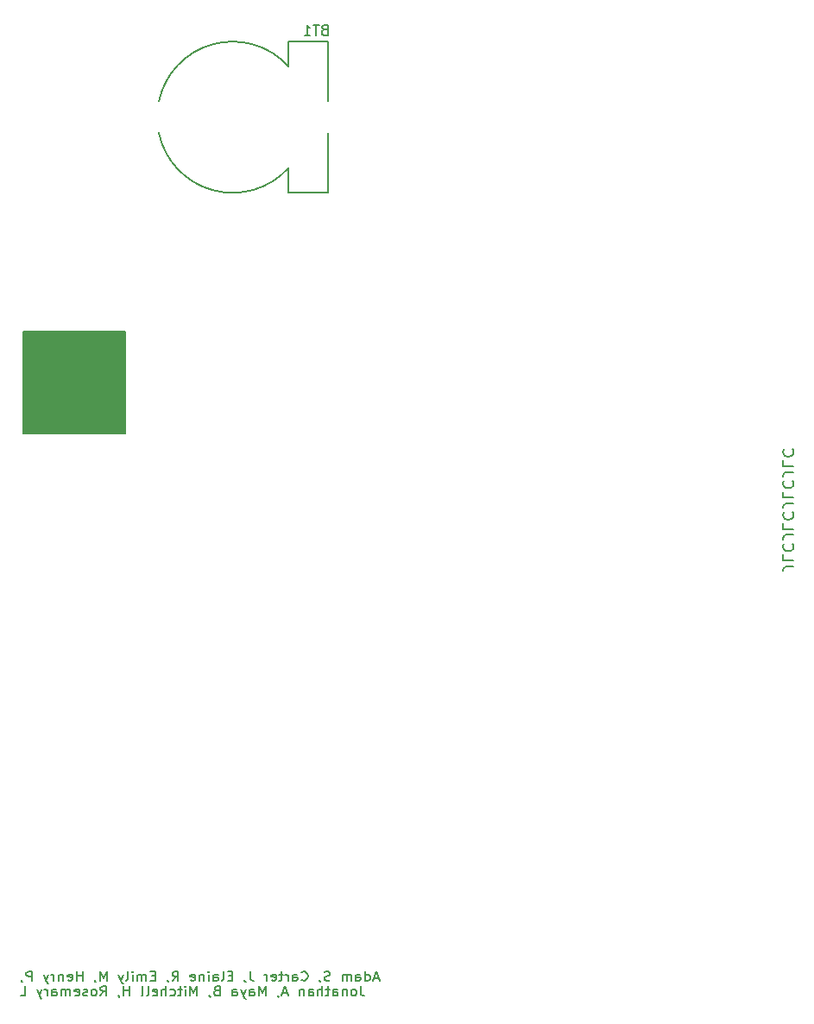
<source format=gbo>
%TF.GenerationSoftware,KiCad,Pcbnew,(6.0.7)*%
%TF.CreationDate,2022-12-07T20:31:12-06:00*%
%TF.ProjectId,Narwal_v1,4e617277-616c-45f7-9631-2e6b69636164,1*%
%TF.SameCoordinates,Original*%
%TF.FileFunction,Legend,Bot*%
%TF.FilePolarity,Positive*%
%FSLAX46Y46*%
G04 Gerber Fmt 4.6, Leading zero omitted, Abs format (unit mm)*
G04 Created by KiCad (PCBNEW (6.0.7)) date 2022-12-07 20:31:12*
%MOMM*%
%LPD*%
G01*
G04 APERTURE LIST*
%ADD10C,0.150000*%
%ADD11C,0.200000*%
%ADD12C,0.127000*%
%ADD13C,1.800000*%
%ADD14R,1.800000X1.800000*%
%ADD15C,2.775000*%
%ADD16R,2.775000X2.775000*%
%ADD17C,5.000000*%
%ADD18C,1.524000*%
%ADD19R,1.524000X1.524000*%
%ADD20C,1.920000*%
%ADD21C,1.508000*%
%ADD22R,4.500000X2.300000*%
%ADD23C,0.800000*%
G04 APERTURE END LIST*
D10*
X117500000Y-82500000D02*
X107500000Y-82500000D01*
X107500000Y-82500000D02*
X107500000Y-92500000D01*
X107500000Y-92500000D02*
X117500000Y-92500000D01*
X117500000Y-92500000D02*
X117500000Y-82500000D01*
G36*
X117500000Y-82500000D02*
G01*
X107500000Y-82500000D01*
X107500000Y-92500000D01*
X117500000Y-92500000D01*
X117500000Y-82500000D01*
G37*
D11*
X142368095Y-145925500D02*
X141891904Y-145925500D01*
X142463333Y-146182642D02*
X142130000Y-145282642D01*
X141796666Y-146182642D01*
X141034761Y-146182642D02*
X141034761Y-145282642D01*
X141034761Y-146139785D02*
X141130000Y-146182642D01*
X141320476Y-146182642D01*
X141415714Y-146139785D01*
X141463333Y-146096928D01*
X141510952Y-146011214D01*
X141510952Y-145754071D01*
X141463333Y-145668357D01*
X141415714Y-145625500D01*
X141320476Y-145582642D01*
X141130000Y-145582642D01*
X141034761Y-145625500D01*
X140130000Y-146182642D02*
X140130000Y-145711214D01*
X140177619Y-145625500D01*
X140272857Y-145582642D01*
X140463333Y-145582642D01*
X140558571Y-145625500D01*
X140130000Y-146139785D02*
X140225238Y-146182642D01*
X140463333Y-146182642D01*
X140558571Y-146139785D01*
X140606190Y-146054071D01*
X140606190Y-145968357D01*
X140558571Y-145882642D01*
X140463333Y-145839785D01*
X140225238Y-145839785D01*
X140130000Y-145796928D01*
X139653809Y-146182642D02*
X139653809Y-145582642D01*
X139653809Y-145668357D02*
X139606190Y-145625500D01*
X139510952Y-145582642D01*
X139368095Y-145582642D01*
X139272857Y-145625500D01*
X139225238Y-145711214D01*
X139225238Y-146182642D01*
X139225238Y-145711214D02*
X139177619Y-145625500D01*
X139082380Y-145582642D01*
X138939523Y-145582642D01*
X138844285Y-145625500D01*
X138796666Y-145711214D01*
X138796666Y-146182642D01*
X137606190Y-146139785D02*
X137463333Y-146182642D01*
X137225238Y-146182642D01*
X137130000Y-146139785D01*
X137082380Y-146096928D01*
X137034761Y-146011214D01*
X137034761Y-145925500D01*
X137082380Y-145839785D01*
X137130000Y-145796928D01*
X137225238Y-145754071D01*
X137415714Y-145711214D01*
X137510952Y-145668357D01*
X137558571Y-145625500D01*
X137606190Y-145539785D01*
X137606190Y-145454071D01*
X137558571Y-145368357D01*
X137510952Y-145325500D01*
X137415714Y-145282642D01*
X137177619Y-145282642D01*
X137034761Y-145325500D01*
X136558571Y-146139785D02*
X136558571Y-146182642D01*
X136606190Y-146268357D01*
X136653809Y-146311214D01*
X134796666Y-146096928D02*
X134844285Y-146139785D01*
X134987142Y-146182642D01*
X135082380Y-146182642D01*
X135225238Y-146139785D01*
X135320476Y-146054071D01*
X135368095Y-145968357D01*
X135415714Y-145796928D01*
X135415714Y-145668357D01*
X135368095Y-145496928D01*
X135320476Y-145411214D01*
X135225238Y-145325500D01*
X135082380Y-145282642D01*
X134987142Y-145282642D01*
X134844285Y-145325500D01*
X134796666Y-145368357D01*
X133939523Y-146182642D02*
X133939523Y-145711214D01*
X133987142Y-145625500D01*
X134082380Y-145582642D01*
X134272857Y-145582642D01*
X134368095Y-145625500D01*
X133939523Y-146139785D02*
X134034761Y-146182642D01*
X134272857Y-146182642D01*
X134368095Y-146139785D01*
X134415714Y-146054071D01*
X134415714Y-145968357D01*
X134368095Y-145882642D01*
X134272857Y-145839785D01*
X134034761Y-145839785D01*
X133939523Y-145796928D01*
X133463333Y-146182642D02*
X133463333Y-145582642D01*
X133463333Y-145754071D02*
X133415714Y-145668357D01*
X133368095Y-145625500D01*
X133272857Y-145582642D01*
X133177619Y-145582642D01*
X132987142Y-145582642D02*
X132606190Y-145582642D01*
X132844285Y-145282642D02*
X132844285Y-146054071D01*
X132796666Y-146139785D01*
X132701428Y-146182642D01*
X132606190Y-146182642D01*
X131891904Y-146139785D02*
X131987142Y-146182642D01*
X132177619Y-146182642D01*
X132272857Y-146139785D01*
X132320476Y-146054071D01*
X132320476Y-145711214D01*
X132272857Y-145625500D01*
X132177619Y-145582642D01*
X131987142Y-145582642D01*
X131891904Y-145625500D01*
X131844285Y-145711214D01*
X131844285Y-145796928D01*
X132320476Y-145882642D01*
X131415714Y-146182642D02*
X131415714Y-145582642D01*
X131415714Y-145754071D02*
X131368095Y-145668357D01*
X131320476Y-145625500D01*
X131225238Y-145582642D01*
X131130000Y-145582642D01*
X129749047Y-145282642D02*
X129749047Y-145925500D01*
X129796666Y-146054071D01*
X129891904Y-146139785D01*
X130034761Y-146182642D01*
X130130000Y-146182642D01*
X129225238Y-146139785D02*
X129225238Y-146182642D01*
X129272857Y-146268357D01*
X129320476Y-146311214D01*
X128034761Y-145711214D02*
X127701428Y-145711214D01*
X127558571Y-146182642D02*
X128034761Y-146182642D01*
X128034761Y-145282642D01*
X127558571Y-145282642D01*
X126987142Y-146182642D02*
X127082380Y-146139785D01*
X127130000Y-146054071D01*
X127130000Y-145282642D01*
X126177619Y-146182642D02*
X126177619Y-145711214D01*
X126225238Y-145625500D01*
X126320476Y-145582642D01*
X126510952Y-145582642D01*
X126606190Y-145625500D01*
X126177619Y-146139785D02*
X126272857Y-146182642D01*
X126510952Y-146182642D01*
X126606190Y-146139785D01*
X126653809Y-146054071D01*
X126653809Y-145968357D01*
X126606190Y-145882642D01*
X126510952Y-145839785D01*
X126272857Y-145839785D01*
X126177619Y-145796928D01*
X125701428Y-146182642D02*
X125701428Y-145582642D01*
X125701428Y-145282642D02*
X125749047Y-145325500D01*
X125701428Y-145368357D01*
X125653809Y-145325500D01*
X125701428Y-145282642D01*
X125701428Y-145368357D01*
X125225238Y-145582642D02*
X125225238Y-146182642D01*
X125225238Y-145668357D02*
X125177619Y-145625500D01*
X125082380Y-145582642D01*
X124939523Y-145582642D01*
X124844285Y-145625500D01*
X124796666Y-145711214D01*
X124796666Y-146182642D01*
X123939523Y-146139785D02*
X124034761Y-146182642D01*
X124225238Y-146182642D01*
X124320476Y-146139785D01*
X124368095Y-146054071D01*
X124368095Y-145711214D01*
X124320476Y-145625500D01*
X124225238Y-145582642D01*
X124034761Y-145582642D01*
X123939523Y-145625500D01*
X123891904Y-145711214D01*
X123891904Y-145796928D01*
X124368095Y-145882642D01*
X122130000Y-146182642D02*
X122463333Y-145754071D01*
X122701428Y-146182642D02*
X122701428Y-145282642D01*
X122320476Y-145282642D01*
X122225238Y-145325500D01*
X122177619Y-145368357D01*
X122130000Y-145454071D01*
X122130000Y-145582642D01*
X122177619Y-145668357D01*
X122225238Y-145711214D01*
X122320476Y-145754071D01*
X122701428Y-145754071D01*
X121653809Y-146139785D02*
X121653809Y-146182642D01*
X121701428Y-146268357D01*
X121749047Y-146311214D01*
X120463333Y-145711214D02*
X120130000Y-145711214D01*
X119987142Y-146182642D02*
X120463333Y-146182642D01*
X120463333Y-145282642D01*
X119987142Y-145282642D01*
X119558571Y-146182642D02*
X119558571Y-145582642D01*
X119558571Y-145668357D02*
X119510952Y-145625500D01*
X119415714Y-145582642D01*
X119272857Y-145582642D01*
X119177619Y-145625500D01*
X119130000Y-145711214D01*
X119130000Y-146182642D01*
X119130000Y-145711214D02*
X119082380Y-145625500D01*
X118987142Y-145582642D01*
X118844285Y-145582642D01*
X118749047Y-145625500D01*
X118701428Y-145711214D01*
X118701428Y-146182642D01*
X118225238Y-146182642D02*
X118225238Y-145582642D01*
X118225238Y-145282642D02*
X118272857Y-145325500D01*
X118225238Y-145368357D01*
X118177619Y-145325500D01*
X118225238Y-145282642D01*
X118225238Y-145368357D01*
X117606190Y-146182642D02*
X117701428Y-146139785D01*
X117749047Y-146054071D01*
X117749047Y-145282642D01*
X117320476Y-145582642D02*
X117082380Y-146182642D01*
X116844285Y-145582642D02*
X117082380Y-146182642D01*
X117177619Y-146396928D01*
X117225238Y-146439785D01*
X117320476Y-146482642D01*
X115701428Y-146182642D02*
X115701428Y-145282642D01*
X115368095Y-145925500D01*
X115034761Y-145282642D01*
X115034761Y-146182642D01*
X114510952Y-146139785D02*
X114510952Y-146182642D01*
X114558571Y-146268357D01*
X114606190Y-146311214D01*
X113320476Y-146182642D02*
X113320476Y-145282642D01*
X113320476Y-145711214D02*
X112749047Y-145711214D01*
X112749047Y-146182642D02*
X112749047Y-145282642D01*
X111891904Y-146139785D02*
X111987142Y-146182642D01*
X112177619Y-146182642D01*
X112272857Y-146139785D01*
X112320476Y-146054071D01*
X112320476Y-145711214D01*
X112272857Y-145625500D01*
X112177619Y-145582642D01*
X111987142Y-145582642D01*
X111891904Y-145625500D01*
X111844285Y-145711214D01*
X111844285Y-145796928D01*
X112320476Y-145882642D01*
X111415714Y-145582642D02*
X111415714Y-146182642D01*
X111415714Y-145668357D02*
X111368095Y-145625500D01*
X111272857Y-145582642D01*
X111130000Y-145582642D01*
X111034761Y-145625500D01*
X110987142Y-145711214D01*
X110987142Y-146182642D01*
X110510952Y-146182642D02*
X110510952Y-145582642D01*
X110510952Y-145754071D02*
X110463333Y-145668357D01*
X110415714Y-145625500D01*
X110320476Y-145582642D01*
X110225238Y-145582642D01*
X109987142Y-145582642D02*
X109749047Y-146182642D01*
X109510952Y-145582642D02*
X109749047Y-146182642D01*
X109844285Y-146396928D01*
X109891904Y-146439785D01*
X109987142Y-146482642D01*
X108368095Y-146182642D02*
X108368095Y-145282642D01*
X107987142Y-145282642D01*
X107891904Y-145325500D01*
X107844285Y-145368357D01*
X107796666Y-145454071D01*
X107796666Y-145582642D01*
X107844285Y-145668357D01*
X107891904Y-145711214D01*
X107987142Y-145754071D01*
X108368095Y-145754071D01*
X107320476Y-146139785D02*
X107320476Y-146182642D01*
X107368095Y-146268357D01*
X107415714Y-146311214D01*
X140606190Y-146731642D02*
X140606190Y-147374500D01*
X140653809Y-147503071D01*
X140749047Y-147588785D01*
X140891904Y-147631642D01*
X140987142Y-147631642D01*
X139987142Y-147631642D02*
X140082380Y-147588785D01*
X140130000Y-147545928D01*
X140177619Y-147460214D01*
X140177619Y-147203071D01*
X140130000Y-147117357D01*
X140082380Y-147074500D01*
X139987142Y-147031642D01*
X139844285Y-147031642D01*
X139749047Y-147074500D01*
X139701428Y-147117357D01*
X139653809Y-147203071D01*
X139653809Y-147460214D01*
X139701428Y-147545928D01*
X139749047Y-147588785D01*
X139844285Y-147631642D01*
X139987142Y-147631642D01*
X139225238Y-147031642D02*
X139225238Y-147631642D01*
X139225238Y-147117357D02*
X139177619Y-147074500D01*
X139082380Y-147031642D01*
X138939523Y-147031642D01*
X138844285Y-147074500D01*
X138796666Y-147160214D01*
X138796666Y-147631642D01*
X137891904Y-147631642D02*
X137891904Y-147160214D01*
X137939523Y-147074500D01*
X138034761Y-147031642D01*
X138225238Y-147031642D01*
X138320476Y-147074500D01*
X137891904Y-147588785D02*
X137987142Y-147631642D01*
X138225238Y-147631642D01*
X138320476Y-147588785D01*
X138368095Y-147503071D01*
X138368095Y-147417357D01*
X138320476Y-147331642D01*
X138225238Y-147288785D01*
X137987142Y-147288785D01*
X137891904Y-147245928D01*
X137558571Y-147031642D02*
X137177619Y-147031642D01*
X137415714Y-146731642D02*
X137415714Y-147503071D01*
X137368095Y-147588785D01*
X137272857Y-147631642D01*
X137177619Y-147631642D01*
X136844285Y-147631642D02*
X136844285Y-146731642D01*
X136415714Y-147631642D02*
X136415714Y-147160214D01*
X136463333Y-147074500D01*
X136558571Y-147031642D01*
X136701428Y-147031642D01*
X136796666Y-147074500D01*
X136844285Y-147117357D01*
X135510952Y-147631642D02*
X135510952Y-147160214D01*
X135558571Y-147074500D01*
X135653809Y-147031642D01*
X135844285Y-147031642D01*
X135939523Y-147074500D01*
X135510952Y-147588785D02*
X135606190Y-147631642D01*
X135844285Y-147631642D01*
X135939523Y-147588785D01*
X135987142Y-147503071D01*
X135987142Y-147417357D01*
X135939523Y-147331642D01*
X135844285Y-147288785D01*
X135606190Y-147288785D01*
X135510952Y-147245928D01*
X135034761Y-147031642D02*
X135034761Y-147631642D01*
X135034761Y-147117357D02*
X134987142Y-147074500D01*
X134891904Y-147031642D01*
X134749047Y-147031642D01*
X134653809Y-147074500D01*
X134606190Y-147160214D01*
X134606190Y-147631642D01*
X133415714Y-147374500D02*
X132939523Y-147374500D01*
X133510952Y-147631642D02*
X133177619Y-146731642D01*
X132844285Y-147631642D01*
X132463333Y-147588785D02*
X132463333Y-147631642D01*
X132510952Y-147717357D01*
X132558571Y-147760214D01*
X131272857Y-147631642D02*
X131272857Y-146731642D01*
X130939523Y-147374500D01*
X130606190Y-146731642D01*
X130606190Y-147631642D01*
X129701428Y-147631642D02*
X129701428Y-147160214D01*
X129749047Y-147074500D01*
X129844285Y-147031642D01*
X130034761Y-147031642D01*
X130130000Y-147074500D01*
X129701428Y-147588785D02*
X129796666Y-147631642D01*
X130034761Y-147631642D01*
X130130000Y-147588785D01*
X130177619Y-147503071D01*
X130177619Y-147417357D01*
X130130000Y-147331642D01*
X130034761Y-147288785D01*
X129796666Y-147288785D01*
X129701428Y-147245928D01*
X129320476Y-147031642D02*
X129082380Y-147631642D01*
X128844285Y-147031642D02*
X129082380Y-147631642D01*
X129177619Y-147845928D01*
X129225238Y-147888785D01*
X129320476Y-147931642D01*
X128034761Y-147631642D02*
X128034761Y-147160214D01*
X128082380Y-147074500D01*
X128177619Y-147031642D01*
X128368095Y-147031642D01*
X128463333Y-147074500D01*
X128034761Y-147588785D02*
X128130000Y-147631642D01*
X128368095Y-147631642D01*
X128463333Y-147588785D01*
X128510952Y-147503071D01*
X128510952Y-147417357D01*
X128463333Y-147331642D01*
X128368095Y-147288785D01*
X128130000Y-147288785D01*
X128034761Y-147245928D01*
X126463333Y-147160214D02*
X126320476Y-147203071D01*
X126272857Y-147245928D01*
X126225238Y-147331642D01*
X126225238Y-147460214D01*
X126272857Y-147545928D01*
X126320476Y-147588785D01*
X126415714Y-147631642D01*
X126796666Y-147631642D01*
X126796666Y-146731642D01*
X126463333Y-146731642D01*
X126368095Y-146774500D01*
X126320476Y-146817357D01*
X126272857Y-146903071D01*
X126272857Y-146988785D01*
X126320476Y-147074500D01*
X126368095Y-147117357D01*
X126463333Y-147160214D01*
X126796666Y-147160214D01*
X125749047Y-147588785D02*
X125749047Y-147631642D01*
X125796666Y-147717357D01*
X125844285Y-147760214D01*
X124558571Y-147631642D02*
X124558571Y-146731642D01*
X124225238Y-147374500D01*
X123891904Y-146731642D01*
X123891904Y-147631642D01*
X123415714Y-147631642D02*
X123415714Y-147031642D01*
X123415714Y-146731642D02*
X123463333Y-146774500D01*
X123415714Y-146817357D01*
X123368095Y-146774500D01*
X123415714Y-146731642D01*
X123415714Y-146817357D01*
X123082380Y-147031642D02*
X122701428Y-147031642D01*
X122939523Y-146731642D02*
X122939523Y-147503071D01*
X122891904Y-147588785D01*
X122796666Y-147631642D01*
X122701428Y-147631642D01*
X121939523Y-147588785D02*
X122034761Y-147631642D01*
X122225238Y-147631642D01*
X122320476Y-147588785D01*
X122368095Y-147545928D01*
X122415714Y-147460214D01*
X122415714Y-147203071D01*
X122368095Y-147117357D01*
X122320476Y-147074500D01*
X122225238Y-147031642D01*
X122034761Y-147031642D01*
X121939523Y-147074500D01*
X121510952Y-147631642D02*
X121510952Y-146731642D01*
X121082380Y-147631642D02*
X121082380Y-147160214D01*
X121130000Y-147074500D01*
X121225238Y-147031642D01*
X121368095Y-147031642D01*
X121463333Y-147074500D01*
X121510952Y-147117357D01*
X120225238Y-147588785D02*
X120320476Y-147631642D01*
X120510952Y-147631642D01*
X120606190Y-147588785D01*
X120653809Y-147503071D01*
X120653809Y-147160214D01*
X120606190Y-147074500D01*
X120510952Y-147031642D01*
X120320476Y-147031642D01*
X120225238Y-147074500D01*
X120177619Y-147160214D01*
X120177619Y-147245928D01*
X120653809Y-147331642D01*
X119606190Y-147631642D02*
X119701428Y-147588785D01*
X119749047Y-147503071D01*
X119749047Y-146731642D01*
X119082380Y-147631642D02*
X119177619Y-147588785D01*
X119225238Y-147503071D01*
X119225238Y-146731642D01*
X117939523Y-147631642D02*
X117939523Y-146731642D01*
X117939523Y-147160214D02*
X117368095Y-147160214D01*
X117368095Y-147631642D02*
X117368095Y-146731642D01*
X116844285Y-147588785D02*
X116844285Y-147631642D01*
X116891904Y-147717357D01*
X116939523Y-147760214D01*
X115082380Y-147631642D02*
X115415714Y-147203071D01*
X115653809Y-147631642D02*
X115653809Y-146731642D01*
X115272857Y-146731642D01*
X115177619Y-146774500D01*
X115130000Y-146817357D01*
X115082380Y-146903071D01*
X115082380Y-147031642D01*
X115130000Y-147117357D01*
X115177619Y-147160214D01*
X115272857Y-147203071D01*
X115653809Y-147203071D01*
X114510952Y-147631642D02*
X114606190Y-147588785D01*
X114653809Y-147545928D01*
X114701428Y-147460214D01*
X114701428Y-147203071D01*
X114653809Y-147117357D01*
X114606190Y-147074500D01*
X114510952Y-147031642D01*
X114368095Y-147031642D01*
X114272857Y-147074500D01*
X114225238Y-147117357D01*
X114177619Y-147203071D01*
X114177619Y-147460214D01*
X114225238Y-147545928D01*
X114272857Y-147588785D01*
X114368095Y-147631642D01*
X114510952Y-147631642D01*
X113796666Y-147588785D02*
X113701428Y-147631642D01*
X113510952Y-147631642D01*
X113415714Y-147588785D01*
X113368095Y-147503071D01*
X113368095Y-147460214D01*
X113415714Y-147374500D01*
X113510952Y-147331642D01*
X113653809Y-147331642D01*
X113749047Y-147288785D01*
X113796666Y-147203071D01*
X113796666Y-147160214D01*
X113749047Y-147074500D01*
X113653809Y-147031642D01*
X113510952Y-147031642D01*
X113415714Y-147074500D01*
X112558571Y-147588785D02*
X112653809Y-147631642D01*
X112844285Y-147631642D01*
X112939523Y-147588785D01*
X112987142Y-147503071D01*
X112987142Y-147160214D01*
X112939523Y-147074500D01*
X112844285Y-147031642D01*
X112653809Y-147031642D01*
X112558571Y-147074500D01*
X112510952Y-147160214D01*
X112510952Y-147245928D01*
X112987142Y-147331642D01*
X112082380Y-147631642D02*
X112082380Y-147031642D01*
X112082380Y-147117357D02*
X112034761Y-147074500D01*
X111939523Y-147031642D01*
X111796666Y-147031642D01*
X111701428Y-147074500D01*
X111653809Y-147160214D01*
X111653809Y-147631642D01*
X111653809Y-147160214D02*
X111606190Y-147074500D01*
X111510952Y-147031642D01*
X111368095Y-147031642D01*
X111272857Y-147074500D01*
X111225238Y-147160214D01*
X111225238Y-147631642D01*
X110320476Y-147631642D02*
X110320476Y-147160214D01*
X110368095Y-147074500D01*
X110463333Y-147031642D01*
X110653809Y-147031642D01*
X110749047Y-147074500D01*
X110320476Y-147588785D02*
X110415714Y-147631642D01*
X110653809Y-147631642D01*
X110749047Y-147588785D01*
X110796666Y-147503071D01*
X110796666Y-147417357D01*
X110749047Y-147331642D01*
X110653809Y-147288785D01*
X110415714Y-147288785D01*
X110320476Y-147245928D01*
X109844285Y-147631642D02*
X109844285Y-147031642D01*
X109844285Y-147203071D02*
X109796666Y-147117357D01*
X109749047Y-147074500D01*
X109653809Y-147031642D01*
X109558571Y-147031642D01*
X109320476Y-147031642D02*
X109082380Y-147631642D01*
X108844285Y-147031642D02*
X109082380Y-147631642D01*
X109177619Y-147845928D01*
X109225238Y-147888785D01*
X109320476Y-147931642D01*
X107225238Y-147631642D02*
X107701428Y-147631642D01*
X107701428Y-146731642D01*
X183047619Y-105542857D02*
X182333333Y-105542857D01*
X182190476Y-105600000D01*
X182095238Y-105714285D01*
X182047619Y-105885714D01*
X182047619Y-106000000D01*
X182047619Y-104400000D02*
X182047619Y-104971428D01*
X183047619Y-104971428D01*
X182142857Y-103314285D02*
X182095238Y-103371428D01*
X182047619Y-103542857D01*
X182047619Y-103657142D01*
X182095238Y-103828571D01*
X182190476Y-103942857D01*
X182285714Y-104000000D01*
X182476190Y-104057142D01*
X182619047Y-104057142D01*
X182809523Y-104000000D01*
X182904761Y-103942857D01*
X183000000Y-103828571D01*
X183047619Y-103657142D01*
X183047619Y-103542857D01*
X183000000Y-103371428D01*
X182952380Y-103314285D01*
X183047619Y-102457142D02*
X182333333Y-102457142D01*
X182190476Y-102514285D01*
X182095238Y-102628571D01*
X182047619Y-102800000D01*
X182047619Y-102914285D01*
X182047619Y-101314285D02*
X182047619Y-101885714D01*
X183047619Y-101885714D01*
X182142857Y-100228571D02*
X182095238Y-100285714D01*
X182047619Y-100457142D01*
X182047619Y-100571428D01*
X182095238Y-100742857D01*
X182190476Y-100857142D01*
X182285714Y-100914285D01*
X182476190Y-100971428D01*
X182619047Y-100971428D01*
X182809523Y-100914285D01*
X182904761Y-100857142D01*
X183000000Y-100742857D01*
X183047619Y-100571428D01*
X183047619Y-100457142D01*
X183000000Y-100285714D01*
X182952380Y-100228571D01*
X183047619Y-99371428D02*
X182333333Y-99371428D01*
X182190476Y-99428571D01*
X182095238Y-99542857D01*
X182047619Y-99714285D01*
X182047619Y-99828571D01*
X182047619Y-98228571D02*
X182047619Y-98800000D01*
X183047619Y-98800000D01*
X182142857Y-97142857D02*
X182095238Y-97200000D01*
X182047619Y-97371428D01*
X182047619Y-97485714D01*
X182095238Y-97657142D01*
X182190476Y-97771428D01*
X182285714Y-97828571D01*
X182476190Y-97885714D01*
X182619047Y-97885714D01*
X182809523Y-97828571D01*
X182904761Y-97771428D01*
X183000000Y-97657142D01*
X183047619Y-97485714D01*
X183047619Y-97371428D01*
X183000000Y-97200000D01*
X182952380Y-97142857D01*
X183047619Y-96285714D02*
X182333333Y-96285714D01*
X182190476Y-96342857D01*
X182095238Y-96457142D01*
X182047619Y-96628571D01*
X182047619Y-96742857D01*
X182047619Y-95142857D02*
X182047619Y-95714285D01*
X183047619Y-95714285D01*
X182142857Y-94057142D02*
X182095238Y-94114285D01*
X182047619Y-94285714D01*
X182047619Y-94400000D01*
X182095238Y-94571428D01*
X182190476Y-94685714D01*
X182285714Y-94742857D01*
X182476190Y-94800000D01*
X182619047Y-94800000D01*
X182809523Y-94742857D01*
X182904761Y-94685714D01*
X183000000Y-94571428D01*
X183047619Y-94400000D01*
X183047619Y-94285714D01*
X183000000Y-94114285D01*
X182952380Y-94057142D01*
D10*
X137035714Y-52928571D02*
X136892857Y-52976190D01*
X136845238Y-53023809D01*
X136797619Y-53119047D01*
X136797619Y-53261904D01*
X136845238Y-53357142D01*
X136892857Y-53404761D01*
X136988095Y-53452380D01*
X137369047Y-53452380D01*
X137369047Y-52452380D01*
X137035714Y-52452380D01*
X136940476Y-52500000D01*
X136892857Y-52547619D01*
X136845238Y-52642857D01*
X136845238Y-52738095D01*
X136892857Y-52833333D01*
X136940476Y-52880952D01*
X137035714Y-52928571D01*
X137369047Y-52928571D01*
X136511904Y-52452380D02*
X135940476Y-52452380D01*
X136226190Y-53452380D02*
X136226190Y-52452380D01*
X135083333Y-53452380D02*
X135654761Y-53452380D01*
X135369047Y-53452380D02*
X135369047Y-52452380D01*
X135464285Y-52595238D01*
X135559523Y-52690476D01*
X135654761Y-52738095D01*
D12*
X120799999Y-63024999D02*
G75*
G03*
X133525000Y-66475000I7236697J1499390D01*
G01*
X133525000Y-56525000D02*
G75*
G03*
X120799999Y-59975001I-5488304J-4949391D01*
G01*
X133525000Y-54100000D02*
X133525000Y-56525000D01*
X137375000Y-54100000D02*
X137375000Y-59950000D01*
X133525000Y-66425000D02*
X133525000Y-68900000D01*
X137375000Y-68900000D02*
X137375000Y-63050000D01*
X133525000Y-68900000D02*
X137375000Y-68900000D01*
X137375000Y-54100000D02*
X133525000Y-54100000D01*
%LPC*%
D13*
X172500000Y-65040000D03*
D14*
X172500000Y-62500000D03*
D15*
X156500000Y-93000000D03*
D16*
X161200000Y-93000000D03*
D15*
X151800000Y-93000000D03*
D17*
X103500000Y-146500000D03*
X181500000Y-146500000D03*
X181500000Y-53500000D03*
X103500000Y-53500000D03*
D18*
X156630000Y-73730000D03*
X156630000Y-76270000D03*
X154090000Y-73730000D03*
X154090000Y-76270000D03*
X151550000Y-73730000D03*
X151550000Y-76270000D03*
X149010000Y-73730000D03*
X149010000Y-76270000D03*
X146470000Y-73730000D03*
X146470000Y-76270000D03*
X143930000Y-73730000D03*
X143930000Y-76270000D03*
X141390000Y-73730000D03*
X141390000Y-76270000D03*
X138850000Y-73730000D03*
X138850000Y-76270000D03*
X136310000Y-73730000D03*
X136310000Y-76270000D03*
X133770000Y-73730000D03*
X133770000Y-76270000D03*
X131230000Y-73730000D03*
X131230000Y-76270000D03*
X128690000Y-73730000D03*
X128690000Y-76270000D03*
X126150000Y-73730000D03*
X126150000Y-76270000D03*
X123610000Y-73730000D03*
X123610000Y-76270000D03*
X121070000Y-73730000D03*
X121070000Y-76270000D03*
X118530000Y-73730000D03*
X118530000Y-76270000D03*
X115990000Y-73730000D03*
X115990000Y-76270000D03*
X113450000Y-73730000D03*
X113450000Y-76270000D03*
X110910000Y-73730000D03*
X110910000Y-76270000D03*
X108370000Y-73730000D03*
D19*
X108370000Y-76270000D03*
D20*
X172400000Y-142600000D03*
X172400000Y-147400000D03*
X167600000Y-147400000D03*
X167600000Y-142600000D03*
D21*
X170000000Y-145000000D03*
D22*
X135975000Y-61500000D03*
X119575000Y-61500000D03*
D23*
X172500000Y-79500000D03*
X172500000Y-80750000D03*
X172500000Y-82000000D03*
X146500000Y-100000000D03*
X146500000Y-103000000D03*
X128250000Y-111000000D03*
X158250000Y-79250000D03*
X157000000Y-141000000D03*
X141250000Y-135750000D03*
X128000000Y-121000000D03*
X125500000Y-104500000D03*
X124000000Y-106500000D03*
X158500000Y-131500000D03*
X160000000Y-137250000D03*
X163500000Y-137250000D03*
X126500000Y-117500000D03*
X159500000Y-127250000D03*
X134250000Y-113000000D03*
X164250000Y-145750000D03*
X140250000Y-137250000D03*
X166250000Y-144250000D03*
X168500000Y-113000000D03*
X130250000Y-125750000D03*
X131250000Y-114500000D03*
X168250000Y-130750000D03*
X122000000Y-113000000D03*
X148000000Y-132250000D03*
X159500000Y-112000000D03*
X148750000Y-127000000D03*
X167000000Y-132500000D03*
X159250000Y-141000000D03*
X124000000Y-109500000D03*
X139250000Y-113000000D03*
X124000000Y-108500000D03*
X154250000Y-137250000D03*
X136750000Y-125500000D03*
X152750000Y-125500000D03*
X137250000Y-113000000D03*
X123000000Y-99750000D03*
X154750000Y-125500000D03*
X155750000Y-115000000D03*
X149500000Y-115000000D03*
X134750000Y-127000000D03*
X165250000Y-145750000D03*
X147750000Y-127000000D03*
X160000000Y-129500000D03*
X166750000Y-126250000D03*
X159500000Y-111000000D03*
X155750000Y-127000000D03*
X122500000Y-119500000D03*
X161250000Y-141250000D03*
X156750000Y-115000000D03*
X124000000Y-125500000D03*
X125000000Y-112500000D03*
X123000000Y-100750000D03*
X150250000Y-135750000D03*
X146250000Y-135750000D03*
X126500000Y-116500000D03*
X147750000Y-125500000D03*
X123000000Y-101750000D03*
X129250000Y-114500000D03*
X168500000Y-116000000D03*
X125000000Y-115500000D03*
X147250000Y-137250000D03*
X138750000Y-127000000D03*
X153750000Y-127000000D03*
X125500000Y-109500000D03*
X142250000Y-135750000D03*
X129250000Y-113000000D03*
X145250000Y-135750000D03*
X127750000Y-135750000D03*
X149500000Y-113500000D03*
X163000000Y-134250000D03*
X128750000Y-137500000D03*
X125500000Y-139250000D03*
X130250000Y-113000000D03*
X141250000Y-113000000D03*
X148750000Y-125500000D03*
X165250000Y-144250000D03*
X127250000Y-120250000D03*
X125750000Y-111750000D03*
X122500000Y-124500000D03*
X121750000Y-128250000D03*
X148250000Y-137250000D03*
X124500000Y-140250000D03*
X144750000Y-127000000D03*
X151750000Y-125500000D03*
X125000000Y-116500000D03*
X124000000Y-116500000D03*
X150750000Y-127000000D03*
X124000000Y-121500000D03*
X128750000Y-135750000D03*
X153750000Y-125500000D03*
X124000000Y-123500000D03*
X161000000Y-131000000D03*
X124000000Y-105500000D03*
X154250000Y-135750000D03*
X153250000Y-135750000D03*
X136250000Y-113000000D03*
X164250000Y-115500000D03*
X148250000Y-135750000D03*
X158750000Y-126500000D03*
X141750000Y-125500000D03*
X166250000Y-116000000D03*
X142250000Y-113000000D03*
X166750000Y-127250000D03*
X122500000Y-126500000D03*
X124000000Y-126500000D03*
X124250000Y-134000000D03*
X149250000Y-137250000D03*
X160250000Y-142750000D03*
X137750000Y-127000000D03*
X128000000Y-123500000D03*
X168000000Y-114000000D03*
X140250000Y-135750000D03*
X142750000Y-125500000D03*
X156750000Y-125500000D03*
X163500000Y-143500000D03*
X136750000Y-127000000D03*
X127250000Y-122750000D03*
X156250000Y-137250000D03*
X163250000Y-145750000D03*
X135250000Y-113000000D03*
X122750000Y-134000000D03*
X168250000Y-122750000D03*
X132250000Y-114500000D03*
X153250000Y-137250000D03*
X156750000Y-113500000D03*
X156250000Y-135750000D03*
X124000000Y-120500000D03*
X163000000Y-140250000D03*
X122500000Y-115000000D03*
X147250000Y-135750000D03*
X151250000Y-137250000D03*
X146250000Y-137250000D03*
X168250000Y-126250000D03*
X122750000Y-135000000D03*
X158000000Y-125750000D03*
X136250000Y-137250000D03*
X141250000Y-137250000D03*
X122500000Y-125500000D03*
X125000000Y-120500000D03*
X140750000Y-125500000D03*
X139250000Y-114500000D03*
X127500000Y-115000000D03*
X143250000Y-114500000D03*
X143250000Y-135750000D03*
X135250000Y-114500000D03*
X145750000Y-125500000D03*
X125000000Y-138250000D03*
X144250000Y-137250000D03*
X137250000Y-114500000D03*
X162500000Y-145000000D03*
X152250000Y-135750000D03*
X158500000Y-129500000D03*
X158250000Y-128500000D03*
X125500000Y-105500000D03*
X163250000Y-115500000D03*
X123000000Y-102750000D03*
X138250000Y-114500000D03*
X160000000Y-128250000D03*
X161500000Y-144750000D03*
X125000000Y-119500000D03*
X125750000Y-113250000D03*
X159250000Y-136500000D03*
X166750000Y-121750000D03*
X140250000Y-114500000D03*
X126500000Y-119500000D03*
X135750000Y-125500000D03*
X125500000Y-108500000D03*
X165250000Y-113500000D03*
X145250000Y-137250000D03*
X132500000Y-125500000D03*
X124000000Y-104500000D03*
X134750000Y-125500000D03*
X125750000Y-121250000D03*
X157500000Y-127750000D03*
X125500000Y-140250000D03*
X131750000Y-124750000D03*
X160000000Y-131500000D03*
X145750000Y-127000000D03*
X142250000Y-114500000D03*
X160500000Y-111000000D03*
X166250000Y-113000000D03*
X168250000Y-121750000D03*
X155750000Y-113500000D03*
X143250000Y-137250000D03*
X126500000Y-118500000D03*
X132825000Y-127000000D03*
X138250000Y-137250000D03*
X155250000Y-137250000D03*
X125500000Y-107500000D03*
X164250000Y-144250000D03*
X124000000Y-124500000D03*
X128250000Y-114500000D03*
X122500000Y-120500000D03*
X151250000Y-135750000D03*
X122500000Y-122500000D03*
X158500000Y-130500000D03*
X124000000Y-107500000D03*
X155750000Y-125500000D03*
X140750000Y-127000000D03*
X124750000Y-128250000D03*
X157000000Y-134250000D03*
X146750000Y-127000000D03*
X134250000Y-114500000D03*
X122500000Y-127500000D03*
X124000000Y-127500000D03*
X137250000Y-135750000D03*
X160000000Y-113000000D03*
X131900000Y-127000000D03*
X130250000Y-114500000D03*
X168000000Y-115000000D03*
X128750000Y-121750000D03*
X131250000Y-113000000D03*
X133750000Y-125500000D03*
X133250000Y-113000000D03*
X142750000Y-127000000D03*
X122500000Y-116500000D03*
X146750000Y-125500000D03*
X122000000Y-112000000D03*
X144250000Y-135750000D03*
X126500000Y-122000000D03*
X137750000Y-125500000D03*
X122500000Y-118500000D03*
X159500000Y-142000000D03*
X136250000Y-114500000D03*
X152250000Y-137250000D03*
X126500000Y-103500000D03*
X126500000Y-115500000D03*
X129750000Y-135750000D03*
X124000000Y-117500000D03*
X129750000Y-137500000D03*
X122500000Y-121500000D03*
X124000000Y-118500000D03*
X165250000Y-115500000D03*
X141750000Y-127000000D03*
X130250000Y-123250000D03*
X149750000Y-127000000D03*
X125500000Y-106500000D03*
X129500000Y-125000000D03*
X158500000Y-132500000D03*
X159250000Y-138000000D03*
X133750000Y-127000000D03*
X122500000Y-123500000D03*
X127750000Y-137500000D03*
X161500000Y-133500000D03*
X151750000Y-127000000D03*
X168000000Y-131750000D03*
X124000000Y-122500000D03*
X139250000Y-135750000D03*
X160750000Y-138000000D03*
X140250000Y-113000000D03*
X160750000Y-136500000D03*
X131000000Y-124000000D03*
X162000000Y-142000000D03*
X164250000Y-113500000D03*
X135750000Y-127000000D03*
X139750000Y-127000000D03*
X163250000Y-113500000D03*
X128750000Y-124250000D03*
X138750000Y-125500000D03*
X143250000Y-113000000D03*
X155250000Y-135750000D03*
X158500000Y-133500000D03*
X139250000Y-137250000D03*
X149250000Y-135750000D03*
X143750000Y-127000000D03*
X124250000Y-113250000D03*
X125000000Y-117500000D03*
X152750000Y-127000000D03*
X166750000Y-122750000D03*
X166500000Y-130500000D03*
X160500000Y-112000000D03*
X166250000Y-145750000D03*
X133250000Y-114500000D03*
X132250000Y-113000000D03*
X124250000Y-111750000D03*
X124000000Y-119500000D03*
X168250000Y-127250000D03*
X149750000Y-125500000D03*
X143750000Y-125500000D03*
X156750000Y-127000000D03*
X124000000Y-103500000D03*
X150750000Y-125500000D03*
X125500000Y-103500000D03*
X154750000Y-127000000D03*
X142250000Y-137250000D03*
X141250000Y-114500000D03*
X136250000Y-135750000D03*
X139750000Y-125500000D03*
X160000000Y-132500000D03*
X125000000Y-118500000D03*
X160000000Y-133500000D03*
X137250000Y-137250000D03*
X144750000Y-125500000D03*
X129500000Y-122500000D03*
X150250000Y-137250000D03*
X138250000Y-113000000D03*
X160000000Y-130500000D03*
X131000000Y-126500000D03*
X124250000Y-135000000D03*
X138250000Y-135750000D03*
X124500000Y-139250000D03*
X122500000Y-117500000D03*
X127000000Y-108500000D03*
X158000000Y-141000000D03*
X133000000Y-97500000D03*
X121500000Y-97500000D03*
X119250000Y-56500000D03*
X116500000Y-125500000D03*
X130000000Y-105500000D03*
X118000000Y-127500000D03*
X172500000Y-67500000D03*
X147500000Y-139000000D03*
X142500000Y-57500000D03*
X138500000Y-57000000D03*
X114750000Y-68250000D03*
X133000000Y-79500000D03*
X132000000Y-81500000D03*
X136775000Y-59500000D03*
X130000000Y-87500000D03*
M02*

</source>
